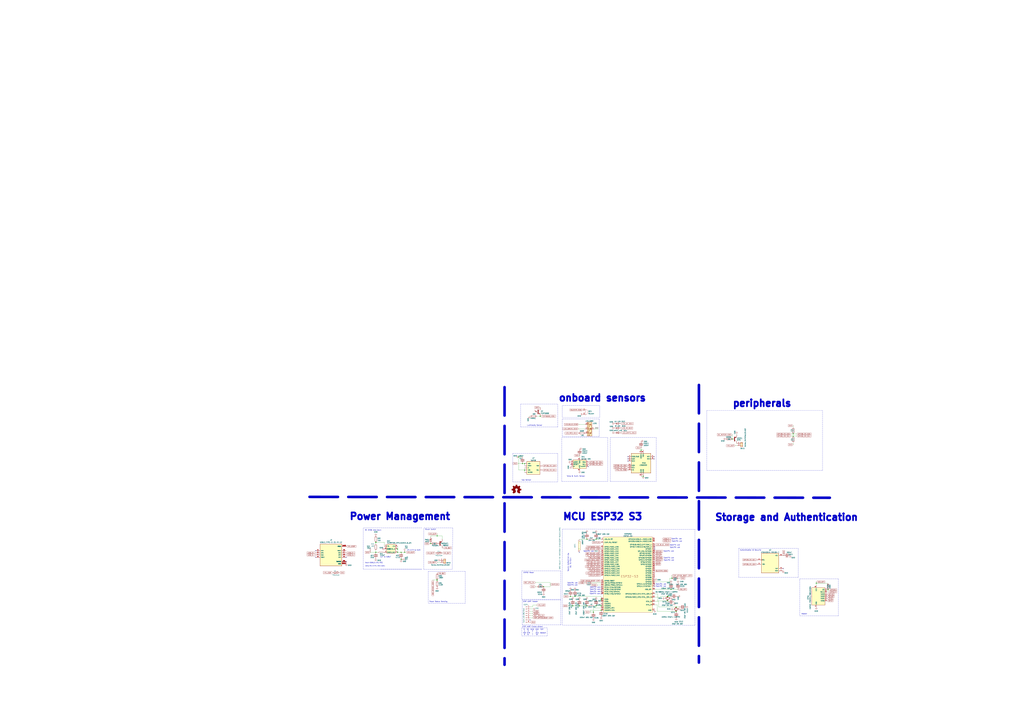
<source format=kicad_sch>
(kicad_sch (version 20211123) (generator eeschema)
  (paper "A0")
  (title_block (title "Soil Moisture Sensor with Indoor Plant Watering system") (date "2023-02-11") (rev "beta 03-2023") (company "by AeonLabs") (comment 1 "https://www.linkedin.com/in/migueltomas/") (comment 2 "https://github.com/aeonSolutions"))
  (junction (at 602.234 530.987))
  (junction (at 746.887 553.466))
  (junction (at 609.219 538.607))
  (junction (at 500.126 631.571))
  (junction (at 692.15 626.491))
  (junction (at 627.253 483.616))
  (junction (at 672.719 703.961))
  (junction (at 461.645 641.731))
  (junction (at 785.241 705.358))
  (junction (at 681.482 703.961))
  (junction (at 775.335 692.785))
  (junction (at 465.709 649.986))
  (junction (at 961.39 685.292))
  (junction (at 775.335 697.992))
  (junction (at 507.492 673.989))
  (junction (at 662.432 693.039))
  (junction (at 665.099 703.961))
  (junction (at 779.145 684.911))
  (junction (at 775.335 692.912))
  (junction (at 689.102 711.2))
  (junction (at 850.265 510.159))
  (junction (at 697.992 709.041))
  (junction (at 785.241 710.438))
  (junction (at 780.034 671.83))
  (junction (at 436.372 630.174))
  (junction (at 921.004 506.73))
  (junction (at 507.492 673.862))
  (junction (at 744.347 522.986))
  (junction (at 631.19 681.609))
  (junction (at 697.992 703.961))
  (junction (at 681.482 626.491))
  (junction (at 606.679 538.607))
  (junction (at 469.773 641.731))
  (junction (at 692.15 703.961))
  (junction (at 921.004 504.19))
  (junction (at 507.619 622.681))
  (junction (at 697.992 696.341))
  (junction (at 461.645 637.921))
  (junction (at 947.801 677.672))
  (junction (at 436.372 630.301))
  (junction (at 436.372 641.731))
  (junction (at 465.709 641.731))
  (junction (at 609.219 546.227))
  (junction (at 667.639 693.039))
  (no_connect (at 402.082 652.526))
  (no_connect (at 697.992 682.371))
  (no_connect (at 697.992 684.911))
  (no_connect (at 697.992 687.451))
  (no_connect (at 697.992 689.991))
  (no_connect (at 729.107 533.146))
  (no_connect (at 759.587 530.606))
  (no_connect (at 759.587 533.146))
  (no_connect (at 729.107 535.686))
  (no_connect (at 402.082 647.446))
  (no_connect (at 672.719 641.731))
  (no_connect (at 615.696 720.344))
  (no_connect (at 760.222 681.101))
  (no_connect (at 760.222 678.561))
  (no_connect (at 366.522 647.446))
  (no_connect (at 760.222 635.381))
  (no_connect (at 760.222 637.921))
  (no_connect (at 729.107 530.606))
  (no_connect (at 683.133 542.036))
  (no_connect (at 662.813 539.496))
  (no_connect (at 366.522 639.826))
  (no_connect (at 909.447 660.654))
  (wire (pts (xy 692.15 703.961) (xy 697.992 703.961)))
  (wire (pts (xy 693.801 679.831) (xy 697.992 679.831)))
  (wire (pts (xy 763.524 689.991) (xy 760.222 689.991)))
  (polyline (pts (xy 652.399 559.435) (xy 652.399 508.508)))
  (wire (pts (xy 789.432 671.83) (xy 787.654 671.83)))
  (wire (pts (xy 465.709 641.731) (xy 469.773 641.731)))
  (polyline (pts (xy 635.381 739.013) (xy 635.381 729.361)))
  (wire (pts (xy 746.887 522.986) (xy 744.347 522.986)))
  (wire (pts (xy 689.102 703.961) (xy 692.15 703.961)))
  (polyline (pts (xy 604.393 469.646) (xy 647.573 469.646)))
  (polyline (pts (xy 762 508.508) (xy 762 559.435)))
  (polyline (pts (xy 652.78 486.791) (xy 652.78 507.111)))
  (polyline (pts (xy 820.801 476.885) (xy 820.801 546.608)))
  (wire (pts (xy 679.069 677.291) (xy 679.704 677.291)))
  (wire (pts (xy 672.719 703.961) (xy 681.482 703.961)))
  (wire (pts (xy 461.645 634.619) (xy 461.645 637.921)))
  (polyline (pts (xy 928.624 673.989) (xy 928.624 715.518)))
  (wire (pts (xy 778.764 692.785) (xy 775.335 692.785)))
  (wire (pts (xy 665.099 703.961) (xy 672.719 703.961)))
  (wire (pts (xy 621.792 676.91) (xy 638.81 676.91)))
  (wire (pts (xy 689.102 626.491) (xy 692.15 626.491)))
  (wire (pts (xy 679.45 493.141) (xy 671.957 493.141)))
  (polyline (pts (xy 820.801 546.608) (xy 955.04 546.608)))
  (polyline (pts (xy 708.66 559.435) (xy 708.66 508.508)))
  (polyline (pts (xy 651.256 697.23) (xy 606.298 697.23)))
  (wire (pts (xy 618.744 703.072) (xy 623.062 703.072)))
  (polyline (pts (xy 708.66 508.508) (xy 762 508.508)))
  (wire (pts (xy 627.253 483.616) (xy 628.015 483.616)))
  (wire (pts (xy 685.165 709.041) (xy 697.992 709.041)))
  (wire (pts (xy 609.219 543.687) (xy 609.219 546.227)))
  (polyline (pts (xy 606.044 696.214) (xy 606.044 663.194)))
  (wire (pts (xy 853.567 517.779) (xy 855.98 517.779)))
  (wire (pts (xy 671.83 498.221) (xy 679.45 498.221)))
  (wire (pts (xy 921.004 506.73) (xy 925.068 506.73)))
  (polyline (pts (xy 606.298 726.186) (xy 651.256 726.186)))
  (polyline (pts (xy 540.385 663.829) (xy 540.385 700.913)))
  (wire (pts (xy 660.527 693.039) (xy 662.432 693.039)))
  (polyline (pts (xy 652.399 559.435) (xy 705.739 559.435)))
  (wire (pts (xy 760.222 693.801) (xy 767.207 693.801)))
  (wire (pts (xy 638.81 676.91) (xy 638.81 681.609)))
  (wire (pts (xy 947.801 677.672) (xy 961.39 677.672)))
  (wire (pts (xy 775.335 692.785) (xy 767.207 692.785)))
  (polyline (pts (xy 421.894 661.289) (xy 421.894 613.41)))
  (polyline (pts (xy 811.53 447.294) (xy 811.53 769.874)) (stroke (width 3)))
  (wire (pts (xy 615.696 710.184) (xy 618.49 710.184)))
  (wire (pts (xy 465.709 649.986) (xy 465.709 649.351)))
  (wire (pts (xy 764.667 698.881) (xy 760.222 698.881)))
  (wire (pts (xy 921.004 504.19) (xy 925.068 504.19)))
  (wire (pts (xy 764.667 705.358) (xy 764.667 698.881)))
  (wire (pts (xy 606.679 538.607) (xy 609.219 538.607)))
  (wire (pts (xy 746.887 553.466) (xy 744.347 553.466)))
  (wire (pts (xy 697.865 674.751) (xy 697.992 674.751)))
  (polyline (pts (xy 491.998 661.416) (xy 525.272 661.416)))
  (polyline (pts (xy 695.96 507.111) (xy 695.96 486.791)))
  (wire (pts (xy 500.126 622.681) (xy 507.619 622.681)))
  (wire (pts (xy 697.992 706.501) (xy 689.102 706.501)))
  (polyline (pts (xy 540.385 700.913) (xy 497.332 700.913)))
  (wire (pts (xy 775.335 699.516) (xy 775.335 697.992)))
  (polyline (pts (xy 651.002 663.194) (xy 651.002 696.341)))
  (wire (pts (xy 602.234 530.987) (xy 606.679 530.987)))
  (wire (pts (xy 786.384 692.785) (xy 787.146 692.785)))
  (wire (pts (xy 602.234 546.227) (xy 602.234 530.987)))
  (wire (pts (xy 513.334 636.651) (xy 514.477 636.651)))
  (wire (pts (xy 687.324 677.291) (xy 697.992 677.291)))
  (wire (pts (xy 763.143 710.438) (xy 785.241 710.438)))
  (wire (pts (xy 692.15 626.491) (xy 697.992 626.491)))
  (polyline (pts (xy 606.298 697.23) (xy 606.298 726.186)))
  (wire (pts (xy 775.335 692.785) (xy 775.335 692.912)))
  (wire (pts (xy 461.645 637.921) (xy 461.645 641.731)))
  (wire (pts (xy 615.696 707.644) (xy 618.744 707.644)))
  (polyline (pts (xy 651.256 697.23) (xy 651.256 726.186)))
  (wire (pts (xy 436.372 630.301) (xy 436.372 630.174)))
  (wire (pts (xy 777.621 671.83) (xy 780.034 671.83)))
  (polyline (pts (xy 705.739 508.508) (xy 705.739 559.435)))
  (polyline (pts (xy 359.41 577.342) (xy 963.549 578.358)) (stroke (width 3)))
  (wire (pts (xy 947.801 676.021) (xy 947.801 677.672)))
  (wire (pts (xy 500.126 631.571) (xy 500.634 631.571)))
  (wire (pts (xy 469.773 641.731) (xy 471.297 641.731)))
  (polyline (pts (xy 653.034 485.14) (xy 696.214 485.14)))
  (polyline (pts (xy 421.894 613.41) (xy 489.839 613.41)))
  (polyline (pts (xy 585.851 449.834) (xy 585.851 772.414)) (stroke (width 3)))
  (wire (pts (xy 465.709 650.621) (xy 465.709 649.986)))
  (wire (pts (xy 689.102 711.2) (xy 685.165 711.2)))
  (polyline (pts (xy 651.129 696.214) (xy 606.044 696.214)))
  (wire (pts (xy 615.696 715.264) (xy 618.49 715.264)))
  (wire (pts (xy 697.992 701.421) (xy 697.992 703.961)))
  (wire (pts (xy 785.241 705.358) (xy 788.67 705.358)))
  (wire (pts (xy 436.372 630.174) (xy 446.405 630.174)))
  (wire (pts (xy 921.004 494.538) (xy 921.004 496.57)))
  (polyline (pts (xy 595.376 559.816) (xy 647.573 559.816)))
  (wire (pts (xy 763.143 702.691) (xy 763.143 710.438)))
  (wire (pts (xy 744.347 520.192) (xy 744.347 522.986)))
  (wire (pts (xy 507.492 673.989) (xy 507.492 674.624)))
  (wire (pts (xy 436.372 631.825) (xy 436.372 630.301)))
  (wire (pts (xy 918.591 506.73) (xy 921.004 506.73)))
  (polyline (pts (xy 806.958 726.44) (xy 653.034 726.313)))
  (polyline (pts (xy 695.96 486.791) (xy 652.78 486.791)))
  (polyline (pts (xy 653.034 471.17) (xy 653.034 485.14)))
  (wire (pts (xy 961.39 685.292) (xy 960.501 685.292)))
  (polyline (pts (xy 647.573 526.796) (xy 647.573 559.816)))
  (polyline (pts (xy 497.332 663.829) (xy 540.385 663.829)))
  (wire (pts (xy 782.955 699.516) (xy 782.955 700.532)))
  (polyline (pts (xy 928.624 715.518) (xy 973.582 715.518)))
  (wire (pts (xy 500.126 622.681) (xy 500.126 623.951)))
  (wire (pts (xy 659.765 703.961) (xy 665.099 703.961)))
  (wire (pts (xy 961.39 685.292) (xy 962.406 685.292)))
  (wire (pts (xy 507.619 620.395) (xy 507.619 622.681)))
  (polyline (pts (xy 926.846 637.286) (xy 926.846 670.814)))
  (wire (pts (xy 909.955 645.414) (xy 909.447 645.414)))
  (polyline (pts (xy 441.96 661.289) (xy 489.839 661.289)))
  (wire (pts (xy 697.992 693.039) (xy 697.992 696.341)))
  (wire (pts (xy 438.785 641.731) (xy 436.372 641.731)))
  (wire (pts (xy 609.219 538.607) (xy 609.219 541.147)))
  (polyline (pts (xy 806.958 614.934) (xy 806.958 726.44)))
  (wire (pts (xy 697.992 696.341) (xy 697.992 698.881)))
  (polyline (pts (xy 606.044 729.361) (xy 635.381 729.361)))
  (wire (pts (xy 502.539 673.989) (xy 507.492 673.989)))
  (wire (pts (xy 947.801 677.672) (xy 947.801 680.212)))
  (wire (pts (xy 626.745 473.456) (xy 627.253 473.456)))
  (wire (pts (xy 855.345 515.239) (xy 855.98 515.239)))
  (wire (pts (xy 499.11 631.571) (xy 500.126 631.571)))
  (polyline (pts (xy 928.624 672.592) (xy 928.624 673.862)))
  (wire (pts (xy 609.219 546.227) (xy 602.234 546.227)))
  (polyline (pts (xy 696.214 471.17) (xy 653.034 471.17)))
  (wire (pts (xy 618.744 705.104) (xy 618.744 703.072)))
  (wire (pts (xy 615.823 483.616) (xy 614.553 483.616)))
  (polyline (pts (xy 647.573 496.316) (xy 647.573 469.646)))
  (polyline (pts (xy 497.332 663.829) (xy 497.332 700.913)))
  (wire (pts (xy 446.405 634.619) (xy 446.405 630.174)))
  (polyline (pts (xy 653.034 614.807) (xy 806.958 614.934)))
  (wire (pts (xy 429.895 641.731) (xy 436.372 641.731)))
  (wire (pts (xy 850.265 505.079) (xy 850.265 510.159)))
  (wire (pts (xy 760.222 684.911) (xy 779.145 684.911)))
  (wire (pts (xy 763.524 689.991) (xy 763.524 697.992)))
  (polyline (pts (xy 652.399 508.508) (xy 705.739 508.508)))
  (polyline (pts (xy 606.044 739.013) (xy 635.381 739.013)))
  (wire (pts (xy 689.102 706.501) (xy 689.102 711.2)))
  (polyline (pts (xy 491.998 661.416) (xy 492.252 613.41)))
  (wire (pts (xy 962.406 687.832) (xy 960.501 687.832)))
  (polyline (pts (xy 525.526 613.41) (xy 525.272 661.416)))
  (polyline (pts (xy 647.573 496.316) (xy 604.393 496.316)))
  (wire (pts (xy 775.335 697.992) (xy 763.524 697.992)))
  (wire (pts (xy 621.792 681.609) (xy 623.57 681.609)))
  (wire (pts (xy 729.107 545.846) (xy 728.98 545.846)))
  (polyline (pts (xy 652.78 507.111) (xy 695.96 507.111)))
  (wire (pts (xy 855.345 504.19) (xy 855.345 505.079)))
  (wire (pts (xy 623.443 483.616) (xy 627.253 483.616)))
  (wire (pts (xy 667.639 693.039) (xy 697.992 693.039)))
  (wire (pts (xy 615.696 705.104) (xy 618.744 705.104)))
  (wire (pts (xy 779.145 684.911) (xy 787.273 684.911)))
  (polyline (pts (xy 973.582 715.518) (xy 973.582 672.592)))
  (wire (pts (xy 507.619 622.681) (xy 513.334 622.681)))
  (wire (pts (xy 513.334 622.681) (xy 513.334 626.491)))
  (wire (pts (xy 461.645 641.731) (xy 465.709 641.731)))
  (polyline (pts (xy 653.034 726.313) (xy 653.034 614.807)))
  (polyline (pts (xy 857.631 670.814) (xy 857.631 637.286)))
  (polyline (pts (xy 595.376 526.796) (xy 595.376 559.816)))
  (wire (pts (xy 436.372 641.731) (xy 436.372 639.445)))
  (polyline (pts (xy 708.66 559.435) (xy 762 559.435)))
  (polyline (pts (xy 857.631 637.286) (xy 926.846 637.286)))
  (wire (pts (xy 662.432 693.039) (xy 667.639 693.039)))
  (polyline (pts (xy 489.839 661.289) (xy 421.894 661.289)))
  (wire (pts (xy 918.591 504.19) (xy 921.004 504.19)))
  (wire (pts (xy 697.103 640.461) (xy 697.992 640.461)))
  (wire (pts (xy 921.004 514.35) (xy 921.004 516.636)))
  (wire (pts (xy 609.219 546.227) (xy 609.219 548.767)))
  (wire (pts (xy 638.81 681.609) (xy 631.19 681.609)))
  (wire (pts (xy 772.795 695.452) (xy 771.906 695.452)))
  (wire (pts (xy 782.701 707.898) (xy 781.812 707.898)))
  (polyline (pts (xy 492.252 613.41) (xy 525.526 613.41)))
  (polyline (pts (xy 973.582 672.592) (xy 928.624 672.592)))
  (wire (pts (xy 508 653.415) (xy 511.175 653.415)))
  (polyline (pts (xy 595.376 526.796) (xy 647.573 526.796)))
  (polyline (pts (xy 606.044 663.194) (xy 651.002 663.194)))
  (wire (pts (xy 777.621 671.83) (xy 777.621 676.021)))
  (wire (pts (xy 779.145 677.291) (xy 779.145 677.164)))
  (wire (pts (xy 672.719 626.491) (xy 681.482 626.491)))
  (polyline (pts (xy 820.801 477.012) (xy 955.04 477.012)))
  (wire (pts (xy 615.696 717.804) (xy 618.49 717.804)))
  (wire (pts (xy 672.973 529.082) (xy 672.973 531.876)))
  (wire (pts (xy 764.667 705.358) (xy 785.241 705.358)))
  (polyline (pts (xy 606.044 729.361) (xy 606.044 739.013)))
  (polyline (pts (xy 604.393 496.316) (xy 604.393 469.646)))
  (wire (pts (xy 601.472 538.607) (xy 606.679 538.607)))
  (wire (pts (xy 780.034 668.782) (xy 780.034 671.83)))
  (wire (pts (xy 615.696 712.724) (xy 618.49 712.724)))
  (wire (pts (xy 507.492 673.862) (xy 507.492 673.989)))
  (wire (pts (xy 685.165 711.2) (xy 685.165 709.041)))
  (wire (pts (xy 689.61 498.221) (xy 694.69 498.221)))
  (wire (pts (xy 767.207 693.801) (xy 767.207 692.785)))
  (wire (pts (xy 760.222 702.691) (xy 763.143 702.691)))
  (polyline (pts (xy 926.846 670.814) (xy 857.631 670.814)))
  (polyline (pts (xy 696.214 485.14) (xy 696.214 471.17)))
  (wire (pts (xy 760.222 676.021) (xy 777.621 676.021)))
  (polyline (pts (xy 955.04 546.608) (xy 955.04 477.012)))
  (text "3V3: R1=47K; R2=15K;" (at 424.053 658.368 0) (effects (font (size 1.27 1.27)) (justify left bottom)))
  (text "ICSP UART Header" (at 606.933 699.77 0) (effects (font (size 1.27 1.27)) (justify left bottom)))
  (text "Specific use" (at 684.911 688.086 0) (effects (font (size 1.27 1.27)) (justify left bottom)))
  (text "peripherals" (at 850.011 473.329 0) (effects (font (size 8 8) (thickness 2) bold) (justify left bottom)))
  (text "Vout=0.8x(1+R1/R2)" (at 423.672 654.685 0) (effects (font (size 1.27 1.27) italic) (justify left bottom)))
  (text "DC 3V36 step down" (at 423.672 616.712 0) (effects (font (size 1.27 1.27)) (justify left bottom)))
  (text "Specific use" (at 684.657 690.626 0) (effects (font (size 1.27 1.27)) (justify left bottom)))
  (text "Specific use" (at 777.7226 636.8034 0) (effects (font (size 1.27 1.27)) (justify left bottom)))
  (text "Specific use" (at 761.492 681.99 0) (effects (font (size 1.27 1.27)) (justify left bottom)))
  (text "Specific use" (at 684.784 683.133 0) (effects (font (size 1.27 1.27)) (justify left bottom)))
  (text "ESP32 Reset" (at 607.441 666.242 0) (effects (font (size 1.27 1.27) italic) (justify left bottom)))
  (text "IO1 TO IO14" (at 663.2194 660.146 90) (effects (font (size 1.27 1.27)) (justify left bottom)))
  (text "Temp & Humi. Sensor" (at 657.86 554.101 0) (effects (font (size 1.27 1.27)) (justify left bottom)))
  (text "Specific use" (at 677.545 641.223 0) (effects (font (size 1.27 1.27)) (justify left bottom)))
  (text "Specific use" (at 777.5956 634.0094 0) (effects (font (size 1.27 1.27)) (justify left bottom)))
  (text "1uF to 6.8uF" (at 441.325 647.827 0) (effects (font (size 1.27 1.27) italic) (justify left bottom)))
  (text "Specific use" (at 761.619 679.45 0) (effects (font (size 1.27 1.27)) (justify left bottom)))
  (text "Power Switch" (at 493.522 615.95 0) (effects (font (size 1.27 1.27)) (justify left bottom)))
  (text "Specific use" (at 770.763 651.637 0) (effects (font (size 1.27 1.27)) (justify left bottom)))
  (text "Specific use" (at 658.622 680.466 0) (effects (font (size 1.27 1.27)) (justify left bottom)))
  (text "onboard sensors" (at 648.081 467.106 0) (effects (font (size 8 8) (thickness 2) bold) (justify left bottom)))
  (text "Specific use" (at 658.749 678.053 0) (effects (font (size 1.27 1.27)) (justify left bottom)))
  (text "PSRAM" (at 930.402 714.248 0) (effects (font (size 1.27 1.27) italic) (justify left bottom)))
  (text "ICSP UART Clamp pinout" (at 606.171 728.98 0) (effects (font (size 1.27 1.27) italic) (justify left bottom)))
  (text "Storage and Authentication" (at 829.564 605.79 0) (effects (font (size 8 8) (thickness 2) bold) (justify left bottom)))
  (text "Power Management" (at 405.13 604.774 0) (effects (font (size 8 8) (thickness 2) bold) (justify left bottom)))
  (text "TOUCH CAPACITIVE IOs" (at 660.6794 664.337 90) (effects (font (size 1.27 1.27)) (justify left bottom)))
  (text "Authentication & Security" (at 859.028 639.953 0) (effects (font (size 1.27 1.27) italic) (justify left bottom)))
  (text "Specific use" (at 779.653 626.8466 0) (effects (font (size 1.27 1.27)) (justify left bottom)))
  (text "Gas Sensor\n" (at 605.663 558.546 0) (effects (font (size 1.27 1.27)) (justify left bottom)))
  (text "VIN 2.7V to 5.5V" (at 472.186 639.953 0) (effects (font (size 1.27 1.27) italic) (justify left bottom)))
  (text "Specific use" (at 780.034 629.6406 0) (effects (font (size 1.27 1.27)) (justify left bottom)))
  (text "Specific use" (at 770.509 641.096 0) (effects (font (size 1.27 1.27)) (justify left bottom)))
  (text "Luminosity Sensor" (at 612.013 495.046 0) (effects (font (size 1.27 1.27)) (justify left bottom)))
  (text "MCU ESP32 S3" (at 652.907 605.028 0) (effects (font (size 8 8) (thickness 2) bold) (justify left bottom)))
  (text "Power Status Sensing" (at 498.348 699.897 0) (effects (font (size 1.27 1.27)) (justify left bottom)))
  (text "TX  RX  GND  5V0  TOP\n 4   3    2    1\nRST DTR  -   3V3  Bottom\n 5   6    7    8" (at 607.441 738.251 0) (effects (font (size 1.27 1.27)) (justify left bottom)))
  (text "Specific use" (at 770.636 648.97 0) (effects (font (size 1.27 1.27)) (justify left bottom)))
  (text "Specific use" (at 684.784 685.546 0) (effects (font (size 1.27 1.27)) (justify left bottom)))
  (label "3V3" (at 694.69 498.221 180))
  (global_label "IMU_CS_IO06" (shape input) (at 697.992 648.081 180) (effects (font italic)) (property "Intersheet References" "${INTERSHEET_REFS}" (effects hide)))
  (global_label "LED_GREEN_IO10" (shape input) (at 697.992 658.241 180) (property "Intersheet References" "${INTERSHEET_REFS}" (effects hide)))
  (global_label "VDD_SPI" (shape input) (at 947.801 676.021 0) (effects (font italic)) (property "Intersheet References" "${INTERSHEET_REFS}" (effects hide)))
  (global_label "LED_GREEN_IO10" (shape input) (at 671.83 498.221 180) (property "Intersheet References" "${INTERSHEET_REFS}" (effects hide)))
  (global_label "LED_IR_IO12" (shape input) (at 720.852 497.459 0) (property "Intersheet References" "${INTERSHEET_REFS}" (effects hide)))
  (global_label "USB_D-" (shape input) (at 402.082 642.366 0) (property "Intersheet References" "${INTERSHEET_REFS}" (effects hide)))
  (global_label "3V3" (shape input) (at 429.895 641.731 180) (property "Intersheet References" "${INTERSHEET_REFS}" (effects hide)))
  (global_label "LED_RED_IO11" (shape input) (at 697.992 660.781 180) (property "Intersheet References" "${INTERSHEET_REFS}" (effects hide)))
  (global_label "RXD0" (shape input) (at 693.801 679.831 180) (property "Intersheet References" "${INTERSHEET_REFS}" (effects hide)))
  (global_label "RST_RTS_EN" (shape input) (at 621.792 676.91 180) (property "Intersheet References" "${INTERSHEET_REFS}" (effects hide)))
  (global_label "3V3" (shape input) (at 921.004 516.636 180) (property "Intersheet References" "${INTERSHEET_REFS}" (effects hide)))
  (global_label "GPIO8_I2C_SDA" (shape input) (at 918.591 504.19 180) (property "Intersheet References" "${INTERSHEET_REFS}" (effects hide)))
  (global_label "3V3" (shape input) (at 685.165 711.2 180) (property "Intersheet References" "${INTERSHEET_REFS}" (effects hide)))
  (global_label "SPIWP" (shape input) (at 760.222 645.541 0) (effects (font italic)) (property "Intersheet References" "${INTERSHEET_REFS}" (effects hide)))
  (global_label "GPIO8_I2C_SDA" (shape input) (at 697.992 653.161 180) (property "Intersheet References" "${INTERSHEET_REFS}" (effects hide)))
  (global_label "GPIO8_I2C_SDA" (shape input) (at 925.068 504.19 0) (property "Intersheet References" "${INTERSHEET_REFS}" (effects hide)))
  (global_label "VIN_AUR" (shape input) (at 507.619 620.395 180) (property "Intersheet References" "${INTERSHEET_REFS}" (effects hide)))
  (global_label "VIN_BATF" (shape input) (at 508 653.415 180) (property "Intersheet References" "${INTERSHEET_REFS}" (effects hide)))
  (global_label "RST_RTS_EN" (shape input) (at 618.49 715.264 0) (property "Intersheet References" "${INTERSHEET_REFS}" (effects hide)))
  (global_label "SPICLK" (shape input) (at 962.406 687.832 0) (effects (font italic)) (property "Intersheet References" "${INTERSHEET_REFS}" (effects hide)))
  (global_label "LED_UV_IO14" (shape input) (at 720.852 492.252 0) (property "Intersheet References" "${INTERSHEET_REFS}" (effects hide)))
  (global_label "RXD0" (shape input) (at 618.49 712.724 0) (property "Intersheet References" "${INTERSHEET_REFS}" (effects hide)))
  (global_label "SPICS0" (shape input) (at 760.222 648.081 0) (effects (font italic)) (property "Intersheet References" "${INTERSHEET_REFS}" (effects hide)))
  (global_label "3V3" (shape input) (at 615.696 722.884 0) (property "Intersheet References" "${INTERSHEET_REFS}" (effects hide)))
  (global_label "3V3" (shape input) (at 789.432 671.83 0) (property "Intersheet References" "${INTERSHEET_REFS}" (effects hide)))
  (global_label "5V0" (shape input) (at 499.11 631.571 180) (property "Intersheet References" "${INTERSHEET_REFS}" (effects hide)))
  (global_label "SPIQ" (shape input) (at 760.222 653.161 0) (effects (font italic)) (property "Intersheet References" "${INTERSHEET_REFS}" (effects hide)))
  (global_label "BUZZER_IO35" (shape input) (at 760.222 663.321 0) (property "Intersheet References" "${INTERSHEET_REFS}" (effects hide)))
  (global_label "BAT_SENSE_IO04" (shape input) (at 502.539 673.989 270) (effects (font italic)) (property "Intersheet References" "${INTERSHEET_REFS}" (effects hide)))
  (global_label "GPIO9_I2C_SCL" (shape input) (at 683.133 539.496 0) (property "Intersheet References" "${INTERSHEET_REFS}" (effects hide)))
  (global_label "SPICS1" (shape input) (at 760.222 640.461 0) (effects (font italic)) (property "Intersheet References" "${INTERSHEET_REFS}" (effects hide)))
  (global_label "ESP_GPIO0_BOOT-DTR" (shape input) (at 780.034 668.782 0) (property "Intersheet References" "${INTERSHEET_REFS}" (effects hide)))
  (global_label "LED_IR_IO12" (shape input) (at 697.992 663.321 180) (property "Intersheet References" "${INTERSHEET_REFS}" (effects hide)))
  (global_label "3V3" (shape input) (at 660.527 693.039 180) (property "Intersheet References" "${INTERSHEET_REFS}" (effects hide)))
  (global_label "3V3" (shape input) (at 621.792 681.609 180) (property "Intersheet References" "${INTERSHEET_REFS}" (effects hide)))
  (global_label "SPIHD" (shape input) (at 960.501 690.372 0) (effects (font italic)) (property "Intersheet References" "${INTERSHEET_REFS}" (effects hide)))
  (global_label "DC_MOTOR_IO05" (shape input) (at 697.992 645.541 180) (property "Intersheet References" "${INTERSHEET_REFS}" (effects hide)))
  (global_label "SPID" (shape input) (at 960.501 697.992 0) (effects (font italic)) (property "Intersheet References" "${INTERSHEET_REFS}" (effects hide)))
  (global_label "SPIWP" (shape input) (at 960.501 692.912 0) (effects (font italic)) (property "Intersheet References" "${INTERSHEET_REFS}" (effects hide)))
  (global_label "LED_BLUE_IO18" (shape input) (at 671.957 493.141 180) (property "Intersheet References" "${INTERSHEET_REFS}" (effects hide)))
  (global_label "3V3" (shape input) (at 626.745 473.456 180) (property "Intersheet References" "${INTERSHEET_REFS}" (effects hide)))
  (global_label "VIN_BATF" (shape input) (at 505.968 642.62 180) (property "Intersheet References" "${INTERSHEET_REFS}" (effects hide)))
  (global_label "DC_MOTOR_IO05" (shape input) (at 850.265 505.079 180) (property "Intersheet References" "${INTERSHEET_REFS}" (effects hide)))
  (global_label "LED_RED_IO11" (shape input) (at 671.83 503.301 180) (property "Intersheet References" "${INTERSHEET_REFS}" (effects hide)))
  (global_label "TOUCH_SOIL_IO07" (shape input) (at 697.992 650.621 180) (property "Intersheet References" "${INTERSHEET_REFS}" (effects hide)))
  (global_label "LED_WHITE_IO13" (shape input) (at 721.106 502.793 0) (property "Intersheet References" "${INTERSHEET_REFS}" (effects hide)))
  (global_label "GPIO9_I2C_SCL" (shape input) (at 925.068 506.73 0) (property "Intersheet References" "${INTERSHEET_REFS}" (effects hide)))
  (global_label "TXD0" (shape input) (at 618.49 710.184 0) (property "Intersheet References" "${INTERSHEET_REFS}" (effects hide)))
  (global_label "SPICLK" (shape input) (at 760.222 650.621 0) (effects (font italic)) (property "Intersheet References" "${INTERSHEET_REFS}" (effects hide)))
  (global_label "LED_BLUE_IO18" (shape input) (at 760.222 632.841 0) (property "Intersheet References" "${INTERSHEET_REFS}" (effects hide)))
  (global_label "USB_D+" (shape input) (at 768.985 628.6246 0) (property "Intersheet References" "${INTERSHEET_REFS}" (effects hide)))
  (global_label "LED_WHITE_IO13" (shape input) (at 697.992 665.861 180) (property "Intersheet References" "${INTERSHEET_REFS}" (effects hide)))
  (global_label "LED_UV_IO14" (shape input) (at 697.992 668.401 180) (property "Intersheet References" "${INTERSHEET_REFS}" (effects hide)))
  (global_label "GPIO9_I2C_SCL" (shape input) (at 918.591 506.73 180) (property "Intersheet References" "${INTERSHEET_REFS}" (effects hide)))
  (global_label "GPIO9_I2C_SCL" (shape input) (at 629.539 546.227 0) (property "Intersheet References" "${INTERSHEET_REFS}" (effects hide)))
  (global_label "GPIO8_I2C_SDA" (shape input) (at 729.107 540.766 180) (property "Intersheet References" "${INTERSHEET_REFS}" (effects hide)))
  (global_label "3V3" (shape input) (at 601.472 538.607 180) (property "Intersheet References" "${INTERSHEET_REFS}" (effects hide)))
  (global_label "5V0" (shape input) (at 394.081 665.353 0) (property "Intersheet References" "${INTERSHEET_REFS}" (effects hide)))
  (global_label "CHIP_EN" (shape input) (at 697.992 630.301 180) (property "Intersheet References" "${INTERSHEET_REFS}" (effects hide)))
  (global_label "GPIO9_I2C_SCL" (shape input) (at 878.967 650.494 180) (property "Intersheet References" "${INTERSHEET_REFS}" (effects hide)))
  (global_label "3V3" (shape input) (at 744.347 520.192 180) (property "Intersheet References" "${INTERSHEET_REFS}" (effects hide)))
  (global_label "BAT_SENSE_IO04" (shape input) (at 697.992 643.001 180) (effects (font italic)) (property "Intersheet References" "${INTERSHEET_REFS}" (effects hide)))
  (global_label "ESP_GPIO0_BOOT-DTR" (shape input) (at 618.49 717.804 0) (property "Intersheet References" "${INTERSHEET_REFS}" (effects hide)))
  (global_label "3V3" (shape input) (at 909.955 645.414 90) (property "Intersheet References" "${INTERSHEET_REFS}" (effects hide)))
  (global_label "GPIO9_I2C_SCL" (shape input) (at 729.107 543.306 180) (property "Intersheet References" "${INTERSHEET_REFS}" (effects hide)))
  (global_label "3V3" (shape input) (at 672.973 529.082 180) (property "Intersheet References" "${INTERSHEET_REFS}" (effects hide)))
  (global_label "USB_D+" (shape input) (at 402.082 644.906 0) (property "Intersheet References" "${INTERSHEET_REFS}" (effects hide)))
  (global_label "VIN_USBF" (shape input) (at 402.082 634.746 0) (property "Intersheet References" "${INTERSHEET_REFS}" (effects hide)))
  (global_label "3V3" (shape input) (at 659.765 703.961 180) (property "Intersheet References" "${INTERSHEET_REFS}" (effects hide)))
  (global_label "TXD0" (shape input) (at 679.069 677.291 180) (property "Intersheet References" "${INTERSHEET_REFS}" (effects hide)))
  (global_label "VIN_BAT" (shape input) (at 513.588 642.62 0) (property "Intersheet References" "${INTERSHEET_REFS}" (effects hide)))
  (global_label "5V0_SENSE_IO02" (shape input) (at 697.992 637.921 180) (effects (font italic)) (property "Intersheet References" "${INTERSHEET_REFS}" (effects hide)))
  (global_label "GPIO8_I2C_SDA" (shape input) (at 683.133 536.956 0) (property "Intersheet References" "${INTERSHEET_REFS}" (effects hide)))
  (global_label "VDD_SPI" (shape input) (at 787.273 684.911 0) (property "Intersheet References" "${INTERSHEET_REFS}" (effects hide)))
  (global_label "GPIO9_I2C_SCL" (shape input) (at 697.992 655.701 180) (property "Intersheet References" "${INTERSHEET_REFS}" (effects hide)))
  (global_label "USB_D-" (shape input) (at 768.985 626.0846 0) (property "Intersheet References" "${INTERSHEET_REFS}" (effects hide)))
  (global_label "IMU_CS_IO06" (shape input) (at 728.98 545.846 180) (effects (font italic)) (property "Intersheet References" "${INTERSHEET_REFS}" (effects hide)))
  (global_label "SPIQ" (shape input) (at 960.501 695.452 0) (effects (font italic)) (property "Intersheet References" "${INTERSHEET_REFS}" (effects hide)))
  (global_label "VIN_AUR" (shape input) (at 471.297 641.731 0) (property "Intersheet References" "${INTERSHEET_REFS}" (effects hide)))
  (global_label "GPIO8_I2C_SDA" (shape input) (at 878.967 655.574 180) (property "Intersheet References" "${INTERSHEET_REFS}" (effects hide)))
  (global_label "USB_D+" (shape input) (at 366.522 642.366 180) (property "Intersheet References" "${INTERSHEET_REFS}" (effects hide)))
  (global_label "TEMT6000_IO01" (shape input) (at 697.992 635.381 180) (property "Intersheet References" "${INTERSHEET_REFS}" (effects hide)))
  (global_label "USB_D-" (shape input) (at 366.522 644.906 180) (property "Intersheet References" "${INTERSHEET_REFS}" (effects hide)))
  (global_label "BUZZER_IO35" (shape input) (at 676.91 476.25 180) (property "Intersheet References" "${INTERSHEET_REFS}" (effects hide)))
  (global_label "TEMT6000_IO01" (shape input) (at 628.015 483.616 0) (property "Intersheet References" "${INTERSHEET_REFS}" (effects hide)))
  (global_label "GPIO8_I2C_SDA" (shape input) (at 629.539 541.147 0) (property "Intersheet References" "${INTERSHEET_REFS}" (effects hide)))
  (global_label "3V3" (shape input) (at 921.004 494.538 180) (property "Intersheet References" "${INTERSHEET_REFS}" (effects hide)))
  (global_label "ESP_GPIO0_BOOT-DTR" (shape input) (at 697.865 674.751 180) (property "Intersheet References" "${INTERSHEET_REFS}" (effects hide)))
  (global_label "VIN_AUR" (shape input) (at 623.062 703.072 0) (property "Intersheet References" "${INTERSHEET_REFS}" (effects hide)))
  (global_label "VIN_BAT" (shape input) (at 507.492 666.242 0) (property "Intersheet References" "${INTERSHEET_REFS}" (effects hide)))
  (global_label "VIN_BAT" (shape input) (at 514.477 636.651 0) (property "Intersheet References" "${INTERSHEET_REFS}" (effects hide)))
  (global_label "VIN_USBF" (shape input) (at 386.461 665.353 180) (property "Intersheet References" "${INTERSHEET_REFS}" (effects hide)))
  (global_label "SPID" (shape input) (at 760.222 655.701 0) (effects (font italic)) (property "Intersheet References" "${INTERSHEET_REFS}" (effects hide)))
  (global_label "SPICS1" (shape input) (at 962.406 685.292 0) (effects (font italic)) (property "Intersheet References" "${INTERSHEET_REFS}" (effects hide)))
  (global_label "CHIP_EN" (shape input) (at 638.81 679.069 0) (property "Intersheet References" "${INTERSHEET_REFS}" (effects hide)))
  (global_label "VIN_AUR" (shape input) (at 853.567 517.779 180) (property "Intersheet References" "${INTERSHEET_REFS}" (effects hide)))
  (global_label "SPIHD" (shape input) (at 760.222 643.001 0) (effects (font italic)) (property "Intersheet References" "${INTERSHEET_REFS}" (effects hide)))
  (symbol (lib_id "Device:R") (at 627.38 681.609 90) (unit 1)
    (property "Reference" "ER1" (at 627.634 681.736 90))
    (property "Value" "10k" (at 627.253 679.196 90))
    (property "Footprint" "Resistor_SMD:R_0603_1608Metric" (effects hide))
  )
  (symbol (lib_id "Sensor_Humidity:SHT31-DIS") (at 672.973 539.496 0) (unit 1)
    (property "Reference" "SH1" (at 674.9924 530.7162 0) (effects (justify left)))
    (property "Value" "SHT31-DIS" (at 674.9924 533.2531 0) (effects (justify left)))
    (property "Footprint" "Sensor_Humidity:Sensirion_DFN-8-1EP_2.5x2.5mm_P0.5mm_EP1.1x1.7mm" (effects hide))
    (property "Datasheet" "https://www.sensirion.com/fileadmin/user_upload/customers/sensirion/Dokumente/2_Humidity_Sensors/Datasheets/Sensirion_Humidity_Sensors_SHT3x_Datasheet_digital.pdf" (effects hide))
  )
  (symbol (lib_id "Device:C") (at 665.099 700.151 0) (mirror x) (unit 1)
    (property "Reference" "EC17" (at 663.575 701.421 90) (effects (justify left)))
    (property "Value" "10uF 20% 6.3V" (at 661.289 699.516 90) (effects (justify left)))
    (property "Footprint" "Capacitor_SMD:C_0805_2012Metric" (effects hide))
  )
  (symbol (lib_id "power:GND") (at 909.447 663.194 0) (unit 1)
    (property "Reference" "#PWR0156" (effects hide))
    (property "Value" "GND" (at 914.908 665.734 0) (effects (justify right)))
  )
  (symbol (lib_id "Device:R") (at 504.444 631.571 90) (unit 1)
    (property "Reference" "PWSWR1" (at 505.46 633.984 90))
    (property "Value" "10k" (at 504.444 631.698 90))
    (property "Footprint" "Resistor_SMD:R_0805_2012Metric" (effects hide))
  )
  (symbol (lib_id "power:GND") (at 855.345 504.19 180) (unit 1)
    (property "Reference" "#PWR0124" (effects hide))
    (property "Value" "GND" (at 853.186 500.253 90) (effects (justify left)))
  )
  (symbol (lib_id "Device:LED_GBRC") (at 684.53 498.221 180) (unit 1)
    (property "Reference" "LED1" (at 690.753 491.871 0))
    (property "Value" "LED_GBRC" (at 684.53 489.331 0))
    (property "Footprint" "LED_SMD:LED_1206_3210_RGB_Metric" (effects hide))
  )
  (symbol (lib_id "MMBT2907A:MMBT2907A") (at 852.805 510.159 0) (unit 1)
    (property "Reference" "MTRT1" (at 855.853 509.27 0) (effects (justify left)))
    (property "Value" "NPN" (at 855.726 511.175 0) (effects (justify left)))
    (property "Footprint" "Package_TO_SOT_SMD:SOT-23" (effects hide))
    (property "MANUFACTURER" "Taiwan Semiconductor" (effects hide))
    (property "MAXIMUM_PACKAGE_HEIGHT" "1.12mm" (effects hide))
    (property "STANDARD" "Manufacturer Recommendations" (effects hide))
    (property "PARTREV" "C2001" (effects hide))
  )
  (symbol (lib_id "Connector:Conn_01x08_Male") (at 610.616 712.724 0) (unit 1)
    (property "Reference" "ICSP1" (at 610.489 702.564 0))
    (property "Value" "Conn_01x08_Male" (at 608.076 715.01 90))
    (property "Footprint" "Connector:SOIC_clipProgSmall" (effects hide))
  )
  (symbol (lib_id "RF_WiFi:SMD-BUILT-IN-ANTENNA-2.4GHZ(2P-9.5X2.1MM)") (at 672.719 634.111 270) (unit 1)
    (property "Reference" "ANT1" (at 667.512 631.698 0) (effects (justify left)))
    (property "Value" "SMD-BUILT-IN-ANTENNA-2.4GHZ(2P-9.5X2.1MM)" (at 649.986 612.902 0) (effects (justify left)))
    (property "Footprint" "RF_Antenna:AN9520_ANT2-SMD-9.5X2.1X1.0MM" (effects hide))
    (property "VALUE" "AN9520" (effects hide))
  )
  (symbol (lib_id "power:GND") (at 665.099 696.341 0) (mirror x) (unit 1)
    (property "Reference" "#PWR0105" (effects hide))
    (property "Value" "GND" (at 662.813 696.341 0))
  )
  (symbol (lib_id "power:GND") (at 436.372 649.351 0) (unit 1)
    (property "Reference" "#PWR0102" (effects hide))
    (property "Value" "GND" (at 438.277 651.0548 0) (effects (justify left)))
  )
  (symbol (lib_id "power:GND") (at 713.232 492.252 270) (unit 1)
    (property "Reference" "#PWR0135" (effects hide))
    (property "Value" "GND" (at 707.771 490.22 90) (effects (justify left)))
  )
  (symbol (lib_id "Device:C") (at 779.145 681.101 180) (unit 1)
    (property "Reference" "EC24" (at 781.685 679.069 0) (effects (justify left)))
    (property "Value" "100nF 10% 16V" (at 783.082 683.641 0) (effects (justify left)))
    (property "Footprint" "Capacitor_SMD:C_0603_1608Metric" (effects hide))
  )
  (symbol (lib_id "power:GND") (at 692.15 618.871 0) (mirror x) (unit 1)
    (property "Reference" "#PWR0106" (effects hide))
    (property "Value" "GND" (at 689.864 618.871 0))
  )
  (symbol (lib_id "Connector:TestPoint") (at 465.709 649.986 270) (unit 1)
    (property "Reference" "TP3" (at 472.821 646.684 0) (effects (justify left)))
    (property "Value" "GND" (at 470.916 647.065 0) (effects (justify left)))
    (property "Footprint" "TestPoint:TestPoint_Pad_D1.0mm" (effects hide))
  )
  (symbol (lib_id "Device:C") (at 681.482 700.151 0) (mirror x) (unit 1)
    (property "Reference" "EC19" (at 679.958 701.421 90) (effects (justify left)))
    (property "Value" "100nF 10% 16V" (at 677.672 699.516 90) (effects (justify left)))
    (property "Footprint" "Capacitor_SMD:C_0603_1608Metric" (effects hide))
  )
  (symbol (lib_id "Device:Crystal_GND24_Small") (at 775.335 695.452 90) (unit 1)
    (property "Reference" "ECY2" (at 771.652 699.135 90))
    (property "Value" "32.768Mhz 22pF+-10PPM" (at 773.811 687.832 90))
    (property "Footprint" "Crystal:Crystal_SMD_EuroQuartz_MT-4Pin_3.2x2.5mm" (effects hide))
  )
  (symbol (lib_id "Device:D") (at 717.296 502.793 0) (unit 1)
    (property "Reference" "D14" (at 726.059 500.38 0))
    (property "Value" "WHITE LED" (at 717.423 500.253 0))
    (property "Footprint" "LED_SMD:LED_0805_2012Metric" (effects hide))
  )
  (symbol (lib_id "power:GND") (at 777.875 695.452 90) (unit 1)
    (property "Reference" "#PWR0168" (effects hide))
    (property "Value" "GND" (at 782.193 696.722 90))
  )
  (symbol (lib_id "Device:C") (at 782.574 692.785 90) (unit 1)
    (property "Reference" "EC51" (at 780.542 691.769 90) (effects (justify left)))
    (property "Value" "22pF 5% 50V" (at 780.669 689.991 90) (effects (justify left)))
    (property "Footprint" "Capacitor_SMD:C_0603_1608Metric" (effects hide))
  )
  (symbol (lib_id "power:GND") (at 782.955 700.532 0) (unit 1)
    (property "Reference" "#PWR0166" (effects hide))
    (property "Value" "GND" (at 785.114 700.913 0))
  )
  (symbol (lib_id "Device:C") (at 692.15 622.681 0) (mirror x) (unit 1)
    (property "Reference" "EC38" (at 692.404 625.348 0) (effects (justify left)))
    (property "Value" "100nF 10% 16V" (at 692.277 620.649 0) (effects (justify left)))
    (property "Footprint" "Capacitor_SMD:C_0603_1608Metric" (effects hide))
  )
  (symbol (lib_id "Converter_DCDC:AUR9718x_DFN_3x3mm_6_pin") (at 456.565 637.667 0) (unit 1)
    (property "Reference" "AU1" (at 451.231 628.6754 0))
    (property "Value" "AUR9718x_DFN_3x3mm_6_pin" (at 463.6008 630.7582 0))
    (property "Footprint" "Converter_DCDC:AUR9718 ST1S09 SON95P300X300X100-7N" (effects hide))
    (property "Datasheet" "https://www.infineon.com/dgdl/auips7111s.pdf?fileId=5546d462533600a4015355a7c94e1326" (effects hide))
  )
  (symbol (lib_id "Device:C") (at 785.241 714.248 0) (unit 1)
    (property "Reference" "EC12" (at 788.162 722.249 0) (effects (justify left)))
    (property "Value" "22pF 5% 50V" (at 780.034 724.789 0) (effects (justify left)))
    (property "Footprint" "Capacitor_SMD:C_0603_1608Metric" (effects hide))
  )
  (symbol (lib_id "Device:C") (at 913.765 645.414 270) (unit 1)
    (property "Reference" "AUC1" (at 915.416 644.144 90) (effects (justify left)))
    (property "Value" "100nF" (at 913.257 641.858 90) (effects (justify left)))
    (property "Footprint" "Capacitor_SMD:C_0603_1608Metric" (effects hide))
  )
  (symbol (lib_id "power:GND") (at 785.241 718.058 0) (unit 1)
    (property "Reference" "#PWR0115" (effects hide))
    (property "Value" "GND" (at 785.241 722.5014 0))
  )
  (symbol (lib_id "Connector:TestPoint") (at 469.773 641.731 0) (unit 1)
    (property "Reference" "TP1" (at 469.9 634.873 0) (effects (justify left)))
    (property "Value" "VIN" (at 470.027 636.651 0) (effects (justify left)))
    (property "Footprint" "TestPoint:TestPoint_Pad_D1.0mm" (effects hide))
  )
  (symbol (lib_id "power:GND") (at 787.781 707.898 90) (unit 1)
    (property "Reference" "#PWR0117" (effects hide))
    (property "Value" "GND" (at 792.099 709.168 90))
  )
  (symbol (lib_id "power:GND") (at 672.973 521.462 90) (unit 1)
    (property "Reference" "#PWR0132" (effects hide))
    (property "Value" "GND" (at 676.148 521.8958 90) (effects (justify right)))
  )
  (symbol (lib_id "power:GND") (at 681.482 696.341 0) (mirror x) (unit 1)
    (property "Reference" "#PWR0111" (effects hide))
    (property "Value" "GND" (at 679.196 696.341 0))
  )
  (symbol (lib_id "Device:R") (at 921.004 510.54 180) (unit 1)
    (property "Reference" "ICR1" (at 921.131 510.667 90))
    (property "Value" "10k" (at 919.099 510.794 90))
    (property "Footprint" "Resistor_SMD:R_0603_1608Metric" (effects hide))
  )
  (symbol (lib_id "power:GND") (at 465.709 650.621 0) (unit 1)
    (property "Reference" "#PWR0103" (effects hide))
    (property "Value" "GND" (at 467.614 652.3248 0) (effects (justify left)))
  )
  (symbol (lib_id "power:GND") (at 662.813 536.956 270) (mirror x) (unit 1)
    (property "Reference" "#PWR0131" (effects hide))
    (property "Value" "GND" (at 659.892 534.035 90) (effects (justify left)))
  )
  (symbol (lib_id "Device:C") (at 787.273 681.101 180) (unit 1)
    (property "Reference" "EC25" (at 794.766 681.101 0) (effects (justify left)))
    (property "Value" "1uF 10% 50V" (at 797.814 679.069 0) (effects (justify left)))
    (property "Footprint" "Capacitor_SMD:C_0603_1608Metric" (effects hide))
  )
  (symbol (lib_id "Device:C") (at 779.145 699.516 90) (unit 1)
    (property "Reference" "EC50" (at 777.621 701.167 90) (effects (justify left)))
    (property "Value" "22pF 5% 50V" (at 781.304 703.199 90) (effects (justify left)))
    (property "Footprint" "Capacitor_SMD:C_0603_1608Metric" (effects hide))
  )
  (symbol (lib_id "Device:L") (at 685.292 626.491 90) (unit 1)
    (property "Reference" "EL4" (at 686.562 624.84 90))
    (property "Value" "2nH 5%" (at 687.07 627.761 90))
    (property "Footprint" "Inductor_SMD:L_0805_2012Metric" (effects hide))
  )
  (symbol (lib_id "Device:C") (at 606.679 534.797 0) (unit 1)
    (property "Reference" "C1" (at 603.377 532.511 0) (effects (justify left)))
    (property "Value" "100nF" (at 601.853 529.717 0) (effects (justify left)))
    (property "Footprint" "Capacitor_SMD:C_0603_1608Metric" (effects hide))
  )
  (symbol (lib_id "power:GND") (at 662.813 542.036 0) (mirror y) (unit 1)
    (property "Reference" "#PWR0159" (effects hide))
    (property "Value" "GND" (at 659.892 544.957 90) (effects (justify left)))
  )
  (symbol (lib_id "MMBT2907A:MMBT2907A") (at 510.794 631.571 0) (unit 1)
    (property "Reference" "PWDSWT1" (at 511.683 631.444 0) (effects (justify left)))
    (property "Value" "S8050" (at 514.35 633.603 0) (effects (justify left)))
    (property "Footprint" "Package_TO_SOT_SMD:SOT-23" (effects hide))
    (property "MANUFACTURER" "Taiwan Semiconductor" (effects hide))
    (property "MAXIMUM_PACKAGE_HEIGHT" "1.12mm" (effects hide))
    (property "STANDARD" "Manufacturer Recommendations" (effects hide))
    (property "PARTREV" "C2001" (effects hide))
  )
  (symbol (lib_id "Device:C") (at 465.709 645.541 0) (unit 1)
    (property "Reference" "AC2" (at 459.613 645.541 0) (effects (justify left)))
    (property "Value" "4.7uF" (at 459.359 647.7 0) (effects (justify left)))
    (property "Footprint" "Capacitor_SMD:C_0805_2012Metric_Pad1.18x1.45mm_HandSolder" (effects hide))
  )
  (symbol (lib_id "power:GND") (at 947.801 705.612 0) (unit 1)
    (property "Reference" "#PWR0127" (effects hide))
    (property "Value" "GND" (at 947.801 710.0554 0))
  )
  (symbol (lib_id "Device:Polyfuse") (at 390.271 665.353 270) (unit 1)
    (property "Reference" "F2" (at 388.874 663.575 90))
    (property "Value" "Polyfuse" (at 390.017 668.02 90))
    (property "Footprint" "Fuse:Fuse_1206_3216Metric_Pad1.42x1.75mm_HandSolder" (effects hide))
  )
  (symbol (lib_id "power:GND") (at 662.432 685.419 180) (unit 1)
    (property "Reference" "#PWR0113" (effects hide))
    (property "Value" "GND" (at 662.813 685.292 0) (effects (justify right)))
  )
  (symbol (lib_id "Device:C") (at 667.639 689.229 0) (unit 1)
    (property "Reference" "EC15" (at 669.925 689.356 0) (effects (justify left)))
    (property "Value" "1uF 10% 50V" (at 666.369 691.642 0) (effects (justify left)))
    (property "Footprint" "Capacitor_SMD:C_0805_2012Metric" (effects hide))
  )
  (symbol (lib_id "Device:R") (at 436.372 635.635 180) (unit 1)
    (property "Reference" "AR1" (at 431.165 634.619 0) (effects (justify right)))
    (property "Value" "24K" (at 430.784 632.079 0) (effects (justify right)))
    (property "Footprint" "Resistor_SMD:R_0805_2012Metric_Pad1.20x1.40mm_HandSolder" (effects hide))
  )
  (symbol (lib_id "Device:C") (at 681.482 622.681 0) (mirror x) (unit 1)
    (property "Reference" "EC37" (at 678.307 620.903 90) (effects (justify left)))
    (property "Value" "100nF 10% 16V" (at 676.402 617.474 90) (effects (justify left)))
    (property "Footprint" "Capacitor_SMD:C_0603_1608Metric" (effects hide))
  )
  (symbol (lib_id "power:GND") (at 507.492 682.244 0) (unit 1)
    (property "Reference" "#PWR0160" (effects hide))
    (property "Value" "GND" (at 507.492 686.6874 0))
  )
  (symbol (lib_id "Device:R") (at 783.844 671.83 270) (unit 1)
    (property "Reference" "ER5" (at 783.971 671.957 90))
    (property "Value" "10k" (at 783.717 673.989 90))
    (property "Footprint" "Resistor_SMD:R_0603_1608Metric" (effects hide))
  )
  (symbol (lib_id "Device:C") (at 792.48 705.358 90) (unit 1)
    (property "Reference" "EC13" (at 798.195 712.089 0) (effects (justify left)))
    (property "Value" "22pF 5% 50V" (at 795.147 718.693 0) (effects (justify left)))
    (property "Footprint" "Capacitor_SMD:C_0603_1608Metric" (effects hide))
  )
  (symbol (lib_id "Device:L") (at 442.595 641.731 90) (unit 1)
    (property "Reference" "AL1" (at 442.722 643.128 90))
    (property "Value" "3.3uF" (at 444.119 645.033 90))
    (property "Footprint" "Inductor_SMD:L_1210_3225Metric" (effects hide))
  )
  (symbol (lib_id "Espressif:ESP32-S3") (at 729.742 669.671 0) (unit 1)
    (property "Reference" "ESP32S3" (at 729.107 620.3782 0))
    (property "Value" "ESP32-S3" (at 729.107 622.9151 0))
    (property "Footprint" "Package_DFN_QFN:QFN-56-1EP_7x7mm_P0.4mm_EP5.6x5.6mm" (effects hide))
  )
  (symbol (lib_id "Device:Polyfuse") (at 509.778 642.62 270) (unit 1)
    (property "Reference" "F1" (at 509.27 640.842 90))
    (property "Value" "Polyfuse" (at 509.524 645.287 90))
    (property "Footprint" "Fuse:Fuse_1206_3216Metric_Pad1.42x1.75mm_HandSolder" (effects hide))
  )
  (symbol (lib_id "power:GND") (at 796.29 705.358 90) (unit 1)
    (property "Reference" "#PWR0116" (effects hide))
    (property "Value" "GND" (at 795.401 702.945 0))
  )
  (symbol (lib_id "Sensor:TEMT6000") (at 624.713 478.536 0) (unit 1)
    (property "Reference" "U1" (at 627.9642 477.7013 0) (effects (justify left)))
    (property "Value" "TEMT6000" (at 627.9642 480.2382 0) (effects (justify left)))
    (property "Footprint" "Sensor:TEMT6000-SEN" (effects hide))
  )
  (symbol (lib_id "power:GND") (at 402.082 655.066 0) (unit 1)
    (property "Reference" "#PWR0128" (effects hide))
    (property "Value" "GND" (at 403.987 656.7698 0) (effects (justify left)))
  )
  (symbol (lib_id "power:GND") (at 787.273 677.291 180) (unit 1)
    (property "Reference" "#PWR0118" (effects hide))
    (property "Value" "GND" (at 791.718 675.767 0))
  )
  (symbol (lib_id "power:GND") (at 692.15 696.341 0) (mirror x) (unit 1)
    (property "Reference" "#PWR0110" (effects hide))
    (property "Value" "GND" (at 689.864 696.341 0))
  )
  (symbol (lib_id "power:GND") (at 631.19 689.229 0) (unit 1)
    (property "Reference" "#PWR0146" (effects hide))
    (property "Value" "GND" (at 631.19 693.6724 0))
  )
  (symbol (lib_id "Device:C") (at 631.19 685.419 180) (unit 1)
    (property "Reference" "EC40" (at 629.666 690.499 0) (effects (justify left)))
    (property "Value" "100nF" (at 629.666 688.213 0) (effects (justify left)))
    (property "Footprint" "Capacitor_SMD:C_0603_1608Metric" (effects hide))
  )
  (symbol (lib_id "power:GND") (at 713.232 497.459 270) (unit 1)
    (property "Reference" "#PWR0134" (effects hide))
    (property "Value" "GND" (at 707.898 495.427 90) (effects (justify left)))
  )
  (symbol (lib_id "power:GND") (at 672.719 696.341 0) (mirror x) (unit 1)
    (property "Reference" "#PWR0109" (effects hide))
    (property "Value" "GND" (at 670.433 696.341 0))
  )
  (symbol (lib_id "power:GND") (at 676.91 481.33 270) (unit 1)
    (property "Reference" "#PWR0141" (effects hide))
    (property "Value" "GND" (at 670.56 483.362 90) (effects (justify left)))
  )
  (symbol (lib_id "power:GND") (at 760.222 673.481 90) (unit 1)
    (property "Reference" "#PWR0157" (effects hide))
    (property "Value" "GND" (at 763.143 673.608 90) (effects (justify right)))
  )
  (symbol (lib_id "Device:R") (at 619.633 483.616 90) (unit 1)
    (property "Reference" "TMPR1" (at 622.173 486.156 90) (effects (justify left)))
    (property "Value" "10K" (at 622.173 481.076 90) (effects (justify left)))
    (property "Footprint" "Resistor_SMD:R_0603_1608Metric" (effects hide))
  )
  (symbol (lib_id "Device:D") (at 717.042 497.459 0) (unit 1)
    (property "Reference" "D13" (at 724.154 495.046 0))
    (property "Value" "IR LED" (at 717.042 495.173 0))
    (property "Footprint" "LED_SMD:LED_0805_2012Metric" (effects hide))
  )
  (symbol (lib_id "Graphic:Logo_Open_Hardware_Small") (at 599.694 568.96 0) (unit 1)
    (property "Reference" "#LOGO1" (effects hide))
    (property "Value" "Logo_Open_Hardware_Small" (effects hide))
    (property "Footprint" "Symbol:OSHW-Symbol_6.7x6mm_SilkScreen" (effects hide))
  )
  (symbol (lib_id "Connector:Screw_Terminal_01x02") (at 516.255 650.875 0) (unit 1)
    (property "Reference" "BAT2" (at 518.414 653.923 0) (effects (justify left)))
    (property "Value" "Screw_Terminal_01x02" (at 500.634 656.336 0) (effects (justify left)))
    (property "Footprint" "Connector_JST:JST_SHL_SM02B-SHLS-TF_1x02-1MP_P1.00mm_Horizontal" (effects hide))
  )
  (symbol (lib_id "Device:R") (at 683.514 677.291 90) (unit 1)
    (property "Reference" "ER2" (at 683.768 677.291 90))
    (property "Value" "499R" (at 683.514 679.577 90))
    (property "Footprint" "Resistor_SMD:R_0603_1608Metric" (effects hide))
  )
  (symbol (lib_id "Sensor_Motion:LSM6DS3") (at 744.347 538.226 0) (unit 1)
    (property "Reference" "IMU1" (at 745.363 537.972 0) (effects (justify left)))
    (property "Value" "LSM6DS3" (at 742.442 540.512 0) (effects (justify left)))
    (property "Footprint" "Sensor_Motion:LSM6DS3 PQFN50P300X250X86-14N" (effects hide))
    (property "Datasheet" "www.st.com/resource/en/datasheet/lsm6ds3.pdf" (effects hide))
  )
  (symbol (lib_id "Device:R") (at 961.39 681.482 180) (unit 1)
    (property "Reference" "PSR1" (at 961.39 681.228 90))
    (property "Value" "100K" (at 963.676 681.482 90))
    (property "Footprint" "Resistor_SMD:R_0603_1608Metric" (effects hide))
  )
  (symbol (lib_id "power:GND") (at 614.553 483.616 0) (unit 1)
    (property "Reference" "#PWR0122" (effects hide))
    (property "Value" "GND" (at 613.156 489.712 90) (effects (justify left)))
  )
  (symbol (lib_id "power:GND") (at 602.234 530.987 270) (unit 1)
    (property "Reference" "#PWR0123" (effects hide))
    (property "Value" "GND" (at 596.138 529.59 90) (effects (justify left)))
  )
  (symbol (lib_id "Authentication & Security ICs:ATSHA204A-MAHDA-T") (at 894.207 653.034 0) (unit 1)
    (property "Reference" "U2" (at 894.207 639.1742 0))
    (property "Value" "ATSHA204A-MAHDA-T" (at 894.207 641.7111 0))
    (property "Footprint" "Package_SO:ATSHA204A Auth SOIC8" (effects hide))
    (property "MANUFACTURER" "Microchip" (effects hide))
    (property "STANDARD" "Manufacturer recommendation" (effects hide))
    (property "PART_REV" "A" (effects hide))
  )
  (symbol (lib_id "Device:R") (at 921.004 500.38 180) (unit 1)
    (property "Reference" "IDR1" (at 921.131 500.38 90))
    (property "Value" "10k" (at 918.845 500.126 90))
    (property "Footprint" "Resistor_SMD:R_0603_1608Metric" (effects hide))
  )
  (symbol (lib_id "power:GND") (at 697.992 716.661 0) (unit 1)
    (property "Reference" "#PWR0114" (effects hide))
    (property "Value" "GND" (at 697.992 721.1044 0))
  )
  (symbol (lib_id "Device:C") (at 436.372 645.541 0) (unit 1)
    (property "Reference" "AC1" (at 430.276 645.541 0) (effects (justify left)))
    (property "Value" "22uF" (at 430.022 647.7 0) (effects (justify left)))
    (property "Footprint" "Capacitor_SMD:C_0805_2012Metric_Pad1.18x1.45mm_HandSolder" (effects hide))
  )
  (symbol (lib_id "power:GND") (at 779.145 677.164 180) (unit 1)
    (property "Reference" "#PWR0119" (effects hide))
    (property "Value" "GND" (at 776.224 677.037 0))
  )
  (symbol (lib_id "power:GND") (at 744.347 512.572 90) (unit 1)
    (property "Reference" "#PWR0133" (effects hide))
    (property "Value" "GND" (at 747.522 513.0058 90) (effects (justify right)))
  )
  (symbol (lib_id "Device:D") (at 717.042 492.252 0) (unit 1)
    (property "Reference" "D12" (at 723.646 489.712 0))
    (property "Value" "UV LED" (at 717.042 489.839 0))
    (property "Footprint" "LED_SMD:LED_0805_2012Metric" (effects hide))
  )
  (symbol (lib_id "Connector:Screw_Terminal_01x02") (at 861.06 515.239 0) (unit 1)
    (property "Reference" "SHJ1" (at 859.7392 521.0048 0) (effects (justify left)))
    (property "Value" "Screw_Terminal_01x02" (at 865.251 519.3284 90) (effects (justify left)))
    (property "Footprint" "Connector_JST:JST_SH_SM02B-SRSS-TB_1x02-1MP_P1.00mm_Horizontal" (effects hide))
  )
  (symbol (lib_id "power:GND") (at 436.372 622.554 180) (unit 1)
    (property "Reference" "#PWR0104" (effects hide))
    (property "Value" "GND" (at 436.372 618.1106 0))
  )
  (symbol (lib_id "power:GND") (at 697.103 640.461 270) (unit 1)
    (property "Reference" "#PWR0158" (effects hide))
    (property "Value" "GND" (at 694.182 640.334 90) (effects (justify right)))
  )
  (symbol (lib_id "Device:R") (at 675.64 503.301 90) (unit 1)
    (property "Reference" "LR1" (at 678.18 505.841 90) (effects (justify left)))
    (property "Value" "330R" (at 678.18 500.761 90) (effects (justify left)))
    (property "Footprint" "Resistor_SMD:R_0603_1608Metric" (effects hide))
  )
  (symbol (lib_id "Device:D_Schottky") (at 500.126 627.761 270) (unit 1)
    (property "Reference" "PWD1" (at 493.141 627.126 90) (effects (justify left)))
    (property "Value" "ss12" (at 493.649 629.158 90) (effects (justify left)))
    (property "Footprint" "Diode_SMD:D_1206_3216Metric" (effects hide))
  )
  (symbol (lib_id "power:GND") (at 713.486 502.793 270) (unit 1)
    (property "Reference" "#PWR0136" (effects hide))
    (property "Value" "GND" (at 707.771 500.126 90) (effects (justify left)))
  )
  (symbol (lib_id "power:GND") (at 446.405 637.921 270) (unit 1)
    (property "Reference" "#PWR0101" (effects hide))
    (property "Value" "GND" (at 440.69 636.397 90) (effects (justify left)))
  )
  (symbol (lib_id "power:GND") (at 781.812 707.898 270) (unit 1)
    (property "Reference" "#PWR0121" (effects hide))
    (property "Value" "GND" (at 778.51 707.644 90) (effects (justify right)))
  )
  (symbol (lib_id "Device:Crystal_GND24_Small") (at 785.241 707.898 90) (unit 1)
    (property "Reference" "ECY1" (at 781.558 711.581 90))
    (property "Value" "40Mhz 22pF+-10PPM" (at 778.891 716.915 90))
    (property "Footprint" "Crystal:Crystal_SMD_EuroQuartz_MT-4Pin_3.2x2.5mm" (effects hide))
  )
  (symbol (lib_id "power:GND") (at 771.906 695.452 270) (unit 1)
    (property "Reference" "#PWR0165" (effects hide))
    (property "Value" "GND" (at 768.604 695.198 90) (effects (justify right)))
  )
  (symbol (lib_id "Device:C") (at 662.432 689.229 0) (unit 1)
    (property "Reference" "EC14" (at 654.558 689.991 0) (effects (justify left)))
    (property "Value" "100pF" (at 656.082 686.689 0) (effects (justify left)))
    (property "Footprint" "Capacitor_SMD:C_0805_2012Metric" (effects hide))
  )
  (symbol (lib_id "Device:R") (at 846.455 510.159 90) (unit 1)
    (property "Reference" "MTRR1" (at 846.201 508 90))
    (property "Value" "10k" (at 846.455 510.286 90))
    (property "Footprint" "Resistor_SMD:R_0805_2012Metric" (effects hide))
  )
  (symbol (lib_id "power:GND") (at 681.482 618.871 0) (mirror x) (unit 1)
    (property "Reference" "#PWR0107" (effects hide))
    (property "Value" "GND" (at 679.196 618.871 0))
  )
  (symbol (lib_id "power:GND") (at 917.575 645.414 0) (unit 1)
    (property "Reference" "#PWR0162" (effects hide))
    (property "Value" "GND" (at 923.036 647.954 0) (effects (justify right)))
  )
  (symbol (lib_id "Connector:TestPoint") (at 429.895 641.731 0) (unit 1)
    (property "Reference" "TP2" (at 425.831 634.873 0) (effects (justify left)))
    (property "Value" "VOut" (at 426.085 636.651 0) (effects (justify left)))
    (property "Footprint" "TestPoint:TestPoint_Pad_D1.0mm" (effects hide))
  )
  (symbol (lib_id "power:GND") (at 787.146 692.785 90) (unit 1)
    (property "Reference" "#PWR0167" (effects hide))
    (property "Value" "GND" (at 787.4 695.071 0))
  )
  (symbol (lib_id "power:GND") (at 842.645 510.159 270) (unit 1)
    (property "Reference" "#PWR0125" (effects hide))
    (property "Value" "GND" (at 837.184 512.318 90) (effects (justify left)))
  )
  (symbol (lib_id "Device:C") (at 672.973 525.272 0) (unit 1)
    (property "Reference" "IMUC2" (at 675.894 524.1036 0) (effects (justify left)))
    (property "Value" "100nF" (at 675.894 526.415 0) (effects (justify left)))
    (property "Footprint" "Capacitor_SMD:C_0603_1608Metric" (effects hide))
  )
  (symbol (lib_id "Device:R") (at 507.492 670.052 0) (unit 1)
    (property "Reference" "MR3" (at 509.27 669.2173 0) (effects (justify left)))
    (property "Value" "390K" (at 509.651 671.195 0) (effects (justify left)))
    (property "Footprint" "Resistor_SMD:R_0805_2012Metric" (effects hide))
  )
  (symbol (lib_id "Device:L") (at 685.292 703.961 90) (unit 1)
    (property "Reference" "L2" (at 686.562 702.31 90))
    (property "Value" "12nH 5%" (at 687.07 705.231 90))
    (property "Footprint" "Inductor_SMD:L_0805_2012Metric" (effects hide))
  )
  (symbol (lib_id "power:GND") (at 667.639 685.419 180) (unit 1)
    (property "Reference" "#PWR0112" (effects hide))
    (property "Value" "GND" (at 668.02 685.292 0) (effects (justify right)))
  )
  (symbol (lib_id "power:GND") (at 511.175 650.875 270) (unit 1)
    (property "Reference" "#PWR0126" (effects hide))
    (property "Value" "GND" (at 504.19 651.002 90) (effects (justify left)))
  )
  (symbol (lib_id "Connector:USB_C_TYPE-C-31-M-12") (at 384.302 644.906 0) (unit 1)
    (property "Reference" "J2" (at 384.302 627.507 0))
    (property "Value" "USB_C_TYPE-C-31-M-12" (at 384.302 630.047 0))
    (property "Footprint" "Connector_USB:USB C HRO_TYPE-C-31-M-12" (effects hide))
    (property "STANDARD" "Manufacturer Recommendations" (effects hide))
    (property "MAXIMUM_PACKAGE_HEIGHT" "3.31mm" (effects hide))
    (property "MANUFACTURER" "HRO Electronics" (effects hide))
    (property "PARTREV" "A" (effects hide))
  )
  (symbol (lib_id "Device:R") (at 436.372 626.364 180) (unit 1)
    (property "Reference" "AR2" (at 438.15 625.5293 0) (effects (justify right)))
    (property "Value" "7k5" (at 438.15 628.0662 0) (effects (justify right)))
    (property "Footprint" "Resistor_SMD:R_0805_2012Metric_Pad1.20x1.40mm_HandSolder" (effects hide))
  )
  (symbol (lib_id "power:GND") (at 689.102 718.82 0) (unit 1)
    (property "Reference" "#PWR0108" (effects hide))
    (property "Value" "GND" (at 689.102 723.2634 0))
  )
  (symbol (lib_id "Device:Buzzer") (at 679.45 478.79 0) (unit 1)
    (property "Reference" "BZ1" (at 683.26 477.8815 0) (effects (justify left)))
    (property "Value" "Buzzer" (at 683.26 480.6566 0) (effects (justify left)))
    (property "Footprint" "Buzzer_Beeper:MagneticBuzzer_Kobitone_254-EMB84Q-RO" (effects hide))
  )
  (symbol (lib_id "power:GND") (at 746.887 553.466 0) (unit 1)
    (property "Reference" "#PWR0129" (effects hide))
    (property "Value" "GND" (at 748.792 555.1698 0) (effects (justify left)))
  )
  (symbol (lib_id "Memory_RAM:ESP32-PSRAM_LY68L6400S") (at 950.341 692.912 0) (unit 1)
    (property "Reference" "EPS1" (at 938.276 691.515 90) (effects (justify right)))
    (property "Value" "ESP32-PSRAM_LY68L6400S" (at 940.689 681.228 90) (effects (justify right)))
    (property "Footprint" "Package_SO:SOIC-8_3.9x4.9mm_P1.27mm" (effects hide))
    (property "Datasheet" "https://www.espressif.com/sites/default/files/documentation/esp-psram32_datasheet_en.pdf" (effects hide))
  )
  (symbol (lib_id "power:GND") (at 760.222 709.041 0) (unit 1)
    (property "Reference" "#PWR0120" (effects hide))
    (property "Value" "GND" (at 760.222 713.4844 0))
  )
  (symbol (lib_id "Device:C") (at 692.15 700.151 0) (mirror x) (unit 1)
    (property "Reference" "EC20" (at 692.404 702.818 0) (effects (justify left)))
    (property "Value" "100nF 10% 16V" (at 682.498 698.119 0) (effects (justify left)))
    (property "Footprint" "Capacitor_SMD:C_0603_1608Metric" (effects hide))
  )
  (symbol (lib_id "Device:C") (at 744.347 516.382 0) (unit 1)
    (property "Reference" "IMUC1" (at 747.268 515.2136 0) (effects (justify left)))
    (property "Value" "100nF" (at 747.268 517.525 0) (effects (justify left)))
    (property "Footprint" "Capacitor_SMD:C_0603_1608Metric" (effects hide))
  )
  (symbol (lib_id "power:GND") (at 672.973 547.116 0) (unit 1)
    (property "Reference" "#PWR0130" (effects hide))
    (property "Value" "GND" (at 674.878 548.8198 0) (effects (justify left)))
  )
  (symbol (lib_id "Device:C") (at 697.992 712.851 0) (unit 1)
    (property "Reference" "EC16" (at 700.532 712.978 0) (effects (justify left)))
    (property "Value" "100nF 10% 16V" (at 698.627 715.391 0) (effects (justify left)))
    (property "Footprint" "Capacitor_SMD:C_0603_1608Metric" (effects hide))
  )
  (symbol (lib_id "Device:C") (at 672.719 700.151 0) (mirror x) (unit 1)
    (property "Reference" "EC18" (at 671.195 701.421 90) (effects (justify left)))
    (property "Value" "10uF 20% 6.3V" (at 668.909 699.77 90) (effects (justify left)))
    (property "Footprint" "Capacitor_SMD:C_0805_2012Metric" (effects hide))
  )
  (symbol (lib_id "power:GND") (at 618.744 707.644 90) (unit 1)
    (property "Reference" "#PWR0145" (effects hide))
    (property "Value" "GND" (at 621.411 706.755 90) (effects (justify right)))
  )
  (symbol (lib_id "Sensor:SGP30") (at 619.379 543.687 0) (unit 1)
    (property "Reference" "U7" (at 619.379 532.3672 0))
    (property "Value" "SGP30" (at 619.379 534.9041 0))
    (property "Footprint" "Sensor:SGP30" (effects hide))
    (property "PROD_ID" "IC-14776" (effects hide))
    (property "VALUE" "SGP30" (effects hide))
  )
  (symbol (lib_id "Device:R") (at 507.492 678.434 0) (unit 1)
    (property "Reference" "MR4" (at 509.27 677.5993 0) (effects (justify left)))
    (property "Value" "110K" (at 509.397 679.45 0) (effects (justify left)))
    (property "Footprint" "Resistor_SMD:R_0805_2012Metric" (effects hide))
  )
  (symbol (lib_id "Device:C") (at 689.102 715.01 0) (unit 1)
    (property "Reference" "EC26" (at 689.864 717.804 0) (effects (justify left)))
    (property "Value" "100nF 10% 16V" (at 672.973 717.423 0) (effects (justify left)))
    (property "Footprint" "Capacitor_SMD:C_0603_1608Metric" (effects hide))
  )
)
</source>
